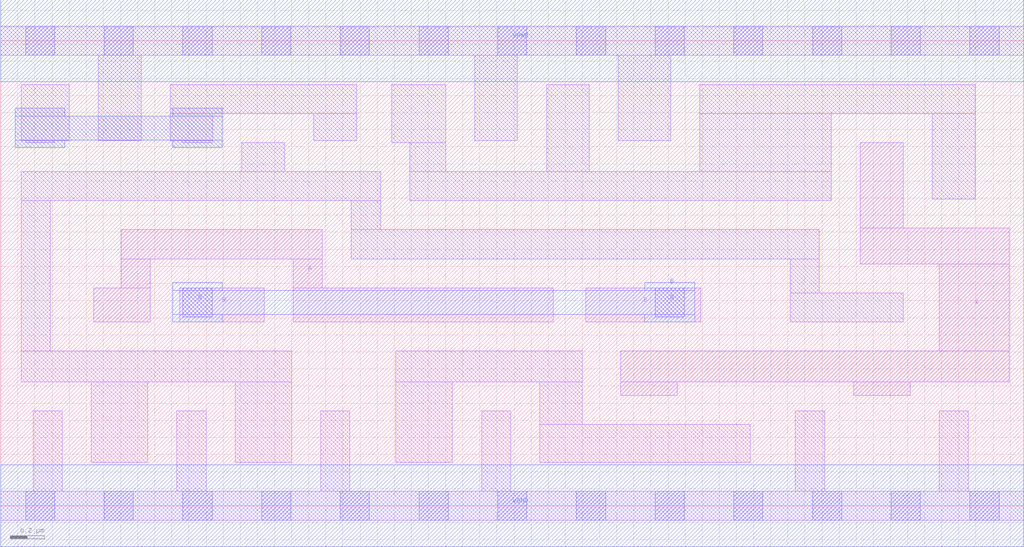
<source format=lef>
# Copyright 2020 The SkyWater PDK Authors
#
# Licensed under the Apache License, Version 2.0 (the "License");
# you may not use this file except in compliance with the License.
# You may obtain a copy of the License at
#
#     https://www.apache.org/licenses/LICENSE-2.0
#
# Unless required by applicable law or agreed to in writing, software
# distributed under the License is distributed on an "AS IS" BASIS,
# WITHOUT WARRANTIES OR CONDITIONS OF ANY KIND, either express or implied.
# See the License for the specific language governing permissions and
# limitations under the License.
#
# SPDX-License-Identifier: Apache-2.0

VERSION 5.7 ;
  NAMESCASESENSITIVE ON ;
  NOWIREEXTENSIONATPIN ON ;
  DIVIDERCHAR "/" ;
  BUSBITCHARS "[]" ;
UNITS
  DATABASE MICRONS 200 ;
END UNITS
MACRO sky130_fd_sc_hd__xor2_2
  CLASS CORE ;
  FOREIGN sky130_fd_sc_hd__xor2_2 ;
  ORIGIN  0.000000  0.000000 ;
  SIZE  5.980000 BY  2.720000 ;
  SYMMETRY X Y R90 ;
  SITE unithd ;
  PIN A
    ANTENNAGATEAREA  0.990000 ;
    DIRECTION INPUT ;
    USE SIGNAL ;
    PORT
      LAYER li1 ;
        RECT 0.545000 1.075000 0.875000 1.275000 ;
        RECT 0.705000 1.275000 0.875000 1.445000 ;
        RECT 0.705000 1.445000 1.880000 1.615000 ;
        RECT 1.710000 1.075000 3.230000 1.275000 ;
        RECT 1.710000 1.275000 1.880000 1.445000 ;
    END
  END A
  PIN B
    ANTENNAGATEAREA  0.990000 ;
    DIRECTION INPUT ;
    USE SIGNAL ;
    PORT
      LAYER li1 ;
        RECT 1.045000 1.075000 1.540000 1.275000 ;
      LAYER mcon ;
        RECT 1.065000 1.105000 1.235000 1.275000 ;
    END
    PORT
      LAYER li1 ;
        RECT 3.420000 1.075000 4.090000 1.275000 ;
      LAYER mcon ;
        RECT 3.825000 1.105000 3.995000 1.275000 ;
    END
    PORT
      LAYER met1 ;
        RECT 1.005000 1.075000 1.295000 1.120000 ;
        RECT 1.005000 1.120000 4.055000 1.260000 ;
        RECT 1.005000 1.260000 1.295000 1.305000 ;
        RECT 3.765000 1.075000 4.055000 1.120000 ;
        RECT 3.765000 1.260000 4.055000 1.305000 ;
    END
  END B
  PIN X
    ANTENNADIFFAREA  0.656750 ;
    DIRECTION OUTPUT ;
    USE SIGNAL ;
    PORT
      LAYER li1 ;
        RECT 3.625000 0.645000 3.955000 0.725000 ;
        RECT 3.625000 0.725000 5.895000 0.905000 ;
        RECT 4.985000 0.645000 5.315000 0.725000 ;
        RECT 5.025000 1.415000 5.895000 1.625000 ;
        RECT 5.025000 1.625000 5.275000 2.125000 ;
        RECT 5.485000 0.905000 5.895000 1.415000 ;
    END
  END X
  PIN VGND
    DIRECTION INOUT ;
    SHAPE ABUTMENT ;
    USE GROUND ;
    PORT
      LAYER met1 ;
        RECT 0.000000 -0.240000 5.980000 0.240000 ;
    END
  END VGND
  PIN VPWR
    DIRECTION INOUT ;
    SHAPE ABUTMENT ;
    USE POWER ;
    PORT
      LAYER met1 ;
        RECT 0.000000 2.480000 5.980000 2.960000 ;
    END
  END VPWR
  OBS
    LAYER li1 ;
      RECT 0.000000 -0.085000 5.980000 0.085000 ;
      RECT 0.000000  2.635000 5.980000 2.805000 ;
      RECT 0.120000  0.725000 1.700000 0.905000 ;
      RECT 0.120000  0.905000 0.290000 1.785000 ;
      RECT 0.120000  1.785000 2.220000 1.955000 ;
      RECT 0.120000  2.135000 0.400000 2.465000 ;
      RECT 0.145000  2.125000 0.315000 2.135000 ;
      RECT 0.190000  0.085000 0.360000 0.555000 ;
      RECT 0.530000  0.255000 0.860000 0.725000 ;
      RECT 0.570000  2.135000 0.820000 2.635000 ;
      RECT 0.990000  2.135000 1.240000 2.295000 ;
      RECT 0.990000  2.295000 2.080000 2.465000 ;
      RECT 1.030000  0.085000 1.200000 0.555000 ;
      RECT 1.065000  2.125000 1.235000 2.135000 ;
      RECT 1.370000  0.255000 1.700000 0.725000 ;
      RECT 1.410000  1.955000 1.660000 2.125000 ;
      RECT 1.830000  2.135000 2.080000 2.295000 ;
      RECT 1.870000  0.085000 2.040000 0.555000 ;
      RECT 2.050000  1.445000 4.785000 1.615000 ;
      RECT 2.050000  1.615000 2.220000 1.785000 ;
      RECT 2.285000  2.125000 2.600000 2.465000 ;
      RECT 2.310000  0.255000 2.640000 0.725000 ;
      RECT 2.310000  0.725000 3.400000 0.905000 ;
      RECT 2.390000  1.785000 4.855000 1.955000 ;
      RECT 2.390000  1.955000 2.600000 2.125000 ;
      RECT 2.770000  2.135000 3.020000 2.635000 ;
      RECT 2.810000  0.085000 2.980000 0.555000 ;
      RECT 3.150000  0.255000 4.380000 0.475000 ;
      RECT 3.150000  0.475000 3.400000 0.725000 ;
      RECT 3.190000  1.955000 3.440000 2.465000 ;
      RECT 3.610000  2.135000 3.915000 2.635000 ;
      RECT 4.085000  1.955000 4.855000 2.295000 ;
      RECT 4.085000  2.295000 5.695000 2.465000 ;
      RECT 4.615000  1.075000 5.275000 1.245000 ;
      RECT 4.615000  1.245000 4.785000 1.445000 ;
      RECT 4.645000  0.085000 4.815000 0.555000 ;
      RECT 5.445000  1.795000 5.695000 2.295000 ;
      RECT 5.485000  0.085000 5.655000 0.555000 ;
    LAYER mcon ;
      RECT 0.145000 -0.085000 0.315000 0.085000 ;
      RECT 0.145000  2.635000 0.315000 2.805000 ;
      RECT 0.605000 -0.085000 0.775000 0.085000 ;
      RECT 0.605000  2.635000 0.775000 2.805000 ;
      RECT 1.065000 -0.085000 1.235000 0.085000 ;
      RECT 1.065000  2.635000 1.235000 2.805000 ;
      RECT 1.525000 -0.085000 1.695000 0.085000 ;
      RECT 1.525000  2.635000 1.695000 2.805000 ;
      RECT 1.985000 -0.085000 2.155000 0.085000 ;
      RECT 1.985000  2.635000 2.155000 2.805000 ;
      RECT 2.445000 -0.085000 2.615000 0.085000 ;
      RECT 2.445000  2.635000 2.615000 2.805000 ;
      RECT 2.905000 -0.085000 3.075000 0.085000 ;
      RECT 2.905000  2.635000 3.075000 2.805000 ;
      RECT 3.365000 -0.085000 3.535000 0.085000 ;
      RECT 3.365000  2.635000 3.535000 2.805000 ;
      RECT 3.825000 -0.085000 3.995000 0.085000 ;
      RECT 3.825000  2.635000 3.995000 2.805000 ;
      RECT 4.285000 -0.085000 4.455000 0.085000 ;
      RECT 4.285000  2.635000 4.455000 2.805000 ;
      RECT 4.745000 -0.085000 4.915000 0.085000 ;
      RECT 4.745000  2.635000 4.915000 2.805000 ;
      RECT 5.205000 -0.085000 5.375000 0.085000 ;
      RECT 5.205000  2.635000 5.375000 2.805000 ;
      RECT 5.665000 -0.085000 5.835000 0.085000 ;
      RECT 5.665000  2.635000 5.835000 2.805000 ;
    LAYER met1 ;
      RECT 0.085000 2.095000 0.375000 2.140000 ;
      RECT 0.085000 2.140000 1.295000 2.280000 ;
      RECT 0.085000 2.280000 0.375000 2.325000 ;
      RECT 1.005000 2.095000 1.295000 2.140000 ;
      RECT 1.005000 2.280000 1.295000 2.325000 ;
  END
END sky130_fd_sc_hd__xor2_2
END LIBRARY

</source>
